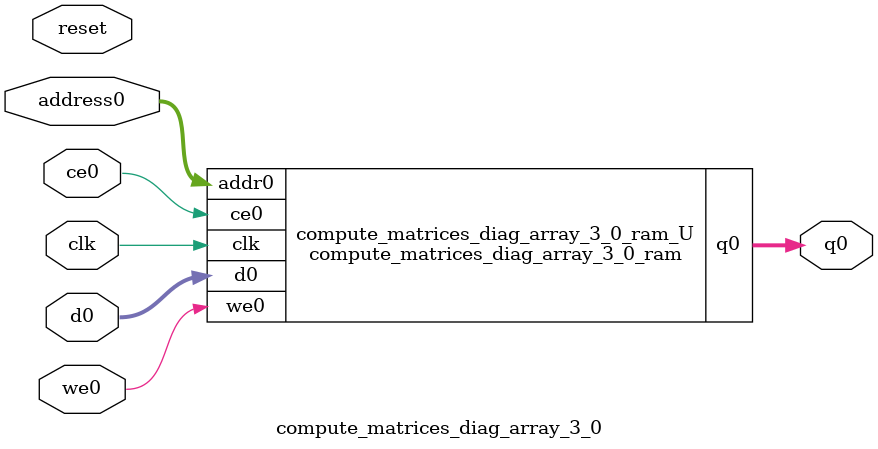
<source format=v>
`timescale 1 ns / 1 ps
module compute_matrices_diag_array_3_0_ram (addr0, ce0, d0, we0, q0,  clk);

parameter DWIDTH = 16;
parameter AWIDTH = 3;
parameter MEM_SIZE = 5;

input[AWIDTH-1:0] addr0;
input ce0;
input[DWIDTH-1:0] d0;
input we0;
output reg[DWIDTH-1:0] q0;
input clk;

(* ram_style = "block" *)reg [DWIDTH-1:0] ram[0:MEM_SIZE-1];




always @(posedge clk)  
begin 
    if (ce0) begin
        if (we0) 
            ram[addr0] <= d0; 
        q0 <= ram[addr0];
    end
end


endmodule

`timescale 1 ns / 1 ps
module compute_matrices_diag_array_3_0(
    reset,
    clk,
    address0,
    ce0,
    we0,
    d0,
    q0);

parameter DataWidth = 32'd16;
parameter AddressRange = 32'd5;
parameter AddressWidth = 32'd3;
input reset;
input clk;
input[AddressWidth - 1:0] address0;
input ce0;
input we0;
input[DataWidth - 1:0] d0;
output[DataWidth - 1:0] q0;



compute_matrices_diag_array_3_0_ram compute_matrices_diag_array_3_0_ram_U(
    .clk( clk ),
    .addr0( address0 ),
    .ce0( ce0 ),
    .we0( we0 ),
    .d0( d0 ),
    .q0( q0 ));

endmodule


</source>
